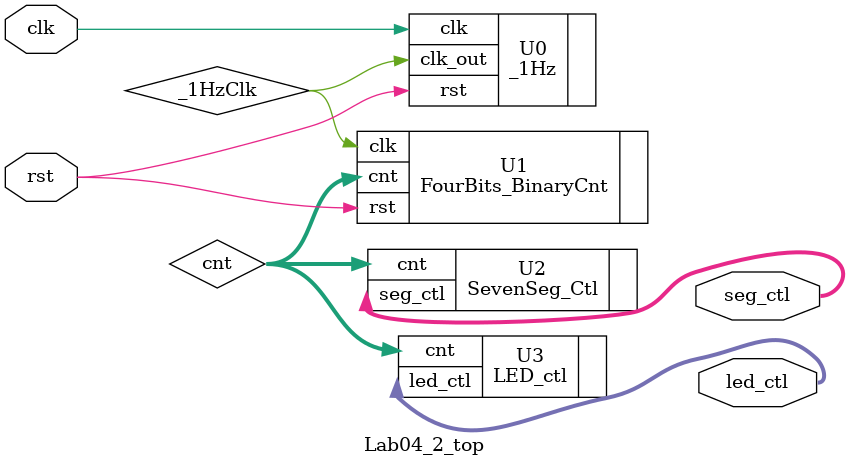
<source format=v>
`timescale 1ns / 1ps


module Lab04_2_top(clk, rst, seg_ctl, led_ctl);
input clk;
input rst;
output [7:0]seg_ctl;
output [3:0]led_ctl;
wire _1HzClk;
wire [3:0]cnt;

_1Hz U0(.clk(clk), .rst(rst), .clk_out(_1HzClk));
FourBits_BinaryCnt U1(.clk(_1HzClk), .rst(rst), .cnt(cnt));
SevenSeg_Ctl U2(.cnt(cnt), .seg_ctl(seg_ctl));
LED_ctl U3(.cnt(cnt), .led_ctl(led_ctl));

endmodule

</source>
